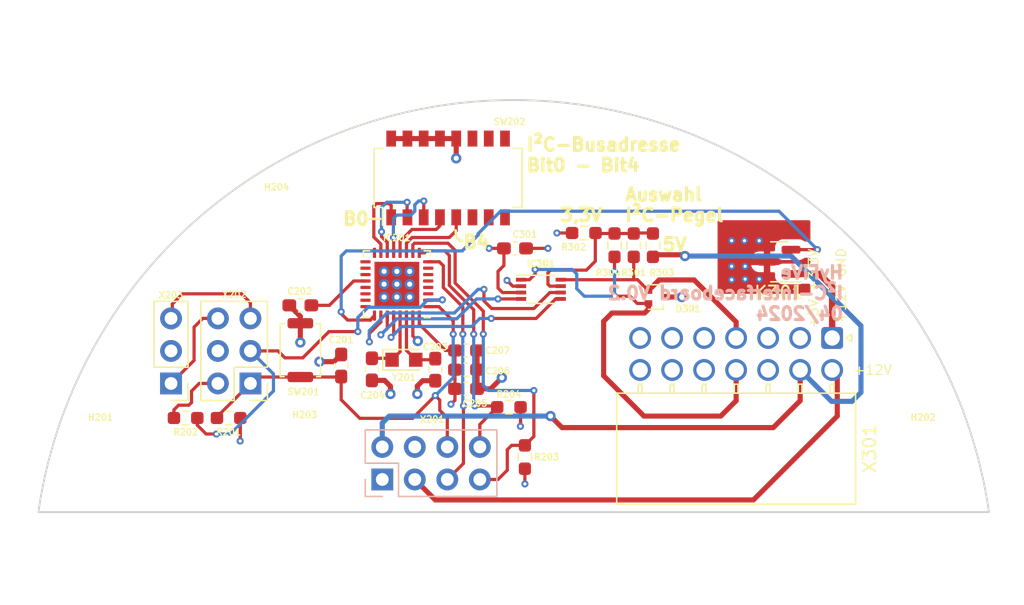
<source format=kicad_pcb>
(kicad_pcb (version 20211014) (generator pcbnew)
  (layers (0 "F.Cu" signal) (1 "In1.Cu" power "In1.GND") (2 "In2.Cu" power "In2.PWR") (31 "B.Cu" signal) (34 "B.Paste" user) (35 "F.Paste" user) (36 "B.SilkS" user "B.Silkscreen") (37 "F.SilkS" user "F.Silkscreen") (38 "B.Mask" user) (39 "F.Mask" user) (44 "Edge.Cuts" user))
  (net 0 "")
  (net 1 "/MCU/~{RST}{slash}SBWTDIO")
  (net 2 "GND")
  (net 3 "+3V3")
  (net 4 "/MCU/XIN")
  (net 5 "/MCU/XOUT")
  (net 6 "+5V")
  (net 7 "+12V")
  (net 8 "/MCU/GPIO_Reserve_B2B")
  (net 9 "/MCU/UCB0_SCL")
  (net 10 "/MCU/UCB0_SDA")
  (net 11 "/MCU/TEST_SBWTCK")
  (net 12 "/MCU/UCA0_TXD{slash}TCK")
  (net 13 "/MCU/UCA0_RXD{slash}TMS")
  (net 14 "/MCU/TDI")
  (net 15 "/MCU/UCA1_SPI_STE")
  (net 16 "/MCU/UCA1_SPI_CLK")
  (net 17 "/MCU/UCA1_SPI_MISO")
  (net 18 "/MCU/UCA1_SPI_MOSI")
  (net 19 "/MCU/UCB1_SDA")
  (net 20 "/MCU/UCB1_SCL")
  (net 21 "/MCU/ADDR_B3")
  (net 22 "/MCU/ADDR_B2")
  (net 23 "/MCU/ADDR_B1")
  (net 24 "/MCU/ADDR_B0")
  (net 25 "Net-(C202-Pad1)")
  (net 26 "/MCU/Interface_~{RE}")
  (net 27 "/MCU/Interface_DE")
  (net 32 "Net-(R202-Pad1)")
  (net 39 "Net-(X301-Pad1)")
  (net 41 "/MCU/Interface_Enable")
  (net 43 "Net-(D301-Pad1)")
  (net 46 "Net-(D301-Pad2)")
  (net 51 "Net-(IC301-Pad7)")
  (net 52 "/MCU/ADDR_B4")
  (net 53 "/MCU/VCC_TOOL")
  (net 54 "/MCU/VCC_TARGET")
  (net 55 "/MCU/Sensor_Lowside_Switch")
  (footprint "Capacitor_SMD:C_0603_1608Metric_Pad1.08x0.95mm_HandSolder" (layer "F.Cu") (at 131 53.575 -90)
    (fp_text reference "C203")
    (fp_text value "20pF")
  )
  (footprint "Capacitor_SMD:C_0603_1608Metric_Pad1.08x0.95mm_HandSolder" (layer "F.Cu") (at 137.225 44.1)
    (fp_text reference "C301")
    (fp_text value "100nF")
  )
  (footprint "MountingHole:MountingHole_2.7mm_M2.5" (layer "F.Cu") (at 118.6 43.01)
    (fp_text reference "H204")
    (fp_text value "MountingHole")
  )
  (footprint "Package_TO_SOT_SMD:SOT-416" (layer "F.Cu") (at 148.3 47.9)
    (fp_text reference "D301")
    (fp_text value "RCLAMP0582B")
  )
  (footprint "Resistor_SMD:R_0603_1608Metric_Pad0.98x0.95mm_HandSolder" (layer "F.Cu") (at 146.5 43.85 -90)
    (fp_text reference "R301")
    (fp_text value "10k n.b.")
  )
  (footprint "Capacitor_SMD:C_0603_1608Metric_Pad1.08x0.95mm_HandSolder" (layer "F.Cu") (at 133.4 52.075)
    (fp_text reference "C207")
    (fp_text value "4,7µF")
  )
  (footprint "Resistor_SMD:R_0603_1608Metric_Pad0.98x0.95mm_HandSolder" (layer "F.Cu") (at 142.6 42.9)
    (fp_text reference "R302")
    (fp_text value "0R")
  )
  (footprint "Resistor_SMD:R_0603_1608Metric_Pad0.98x0.95mm_HandSolder" (layer "F.Cu") (at 136.75 56.5)
    (fp_text reference "R204")
    (fp_text value "10k NB")
  )
  (footprint "Capacitor_SMD:C_0603_1608Metric_Pad1.08x0.95mm_HandSolder" (layer "F.Cu") (at 120.46 48.55 180)
    (fp_text reference "C202")
    (fp_text value "1µF, <200m ESR")
  )
  (footprint "Package_SO:VSSOP-8_2.3x2mm_P0.5mm" (layer "F.Cu") (at 139.25 47.3)
    (fp_text reference "IC301")
    (fp_text value "TXS0102DCU")
  )
  (footprint "MountingHole:MountingHole_2.7mm_M2.5" (layer "F.Cu") (at 120.86 60.8)
    (fp_text reference "H203")
    (fp_text value "MountingHole")
  )
  (footprint "MountingHole:MountingHole_2.7mm_M2.5" (layer "F.Cu") (at 104.85 61)
    (fp_text reference "H201")
    (fp_text value "MountingHole")
  )
  (footprint "Resistor_SMD:R_0603_1608Metric_Pad0.98x0.95mm_HandSolder" (layer "F.Cu") (at 148 43.85 90)
    (fp_text reference "R303")
    (fp_text value "0R n.b.")
  )
  (footprint "MountingHole:MountingHole_2.7mm_M2.5" (layer "F.Cu") (at 169.1 61)
    (fp_text reference "H202")
    (fp_text value "MountingHole")
  )
  (footprint "Resistor_SMD:R_0603_1608Metric_Pad0.98x0.95mm_HandSolder" (layer "F.Cu") (at 138 60.4 -90)
    (fp_text reference "R203")
    (fp_text value "10k NB")
  )
  (footprint "Connector_Molex:Molex_Nano-Fit_105314-xx14_2x07_P2.50mm_Horizontal" (layer "F.Cu") (at 162 51.1 -90)
    (fp_text reference "X301")
    (fp_text value "Molex Nano-Fit 103514-1*114")
  )
  (footprint "Capacitor_SMD:C_0603_1608Metric_Pad1.08x0.95mm_HandSolder" (layer "F.Cu") (at 133.4 55.075)
    (fp_text reference "C205")
    (fp_text value "100nF")
  )
  (footprint "Button_Switch_SMD:SW_DIP_SPSTx08_Slide_Omron_A6H-8101_W6.15mm_P1.27mm" (layer "F.Cu") (at 132 38.6 90)
    (fp_text reference "SW202")
    (fp_text value "A6H-8101")
  )
  (footprint "Crystal:Crystal_SMD_TXC_9HT11-2Pin_2.0x1.2mm_HandSoldering" (layer "F.Cu") (at 128.55 52.8)
    (fp_text reference "Y201")
    (fp_text value "9HT11-32.768KDZF-T ")
  )
  (footprint "Resistor_SMD:R_0603_1608Metric_Pad0.98x0.95mm_HandSolder" (layer "F.Cu") (at 114.86 57.35 180)
    (fp_text reference locked "R201")
    (fp_text value "47k")
  )
  (footprint "Connector_PinHeader_2.54mm:PinHeader_1x03_P2.54mm_Vertical" (layer "F.Cu") (at 110.36 54.65 180)
    (fp_text reference "X203")
    (fp_text value "Conn_01x03")
  )
  (footprint "Package_DFN_QFN:VQFN-32-1EP_5x5mm_P0.5mm_EP3.5x3.5mm" (layer "F.Cu") (at 128 46.9 180)
    (fp_text reference "IC201")
    (fp_text value "MSP430FR2673")
  )
  (footprint "Package_TO_SOT_SMD:SOT-23" (layer "F.Cu") (at 157.85 45.15 180)
    (fp_text reference "K301")
    (fp_text value "SSM3K127TU")
  )
  (footprint "Connector_PinHeader_2.54mm:PinHeader_2x03_P2.54mm_Vertical" (layer "F.Cu") (at 116.56 54.65 180)
    (fp_text reference "X202")
    (fp_text value "Conn_02x03_Counter_Clockwise")
  )
  (footprint "Capacitor_SMD:C_0603_1608Metric_Pad1.08x0.95mm_HandSolder" (layer "F.Cu") (at 126.05 53.55 -90)
    (fp_text reference "C204")
    (fp_text value "20pF")
  )
  (footprint "Button_Switch_SMD:SW_Push_SPST_NO_Alps_SKRK" (layer "F.Cu") (at 120.46 52.05 -90)
    (fp_text reference "SW201")
    (fp_text value "SKRKAEE020")
  )
  (footprint "Resistor_SMD:R_0603_1608Metric_Pad0.98x0.95mm_HandSolder" (layer "F.Cu") (at 145 43.85 -90)
    (fp_text reference "R304")
    (fp_text value "10k n.b.")
  )
  (footprint "Capacitor_SMD:C_0603_1608Metric_Pad1.08x0.95mm_HandSolder" (layer "F.Cu") (at 133.4 53.575)
    (fp_text reference "C206")
    (fp_text value "1µF")
  )
  (footprint "Resistor_SMD:R_0603_1608Metric_Pad0.98x0.95mm_HandSolder" (layer "F.Cu") (at 111.5 57.35)
    (fp_text reference "R202")
    (fp_text value "330")
  )
  (footprint "Capacitor_SMD:C_0603_1608Metric_Pad1.08x0.95mm_HandSolder" (layer "F.Cu") (at 123.65 53.25 90)
    (fp_text reference "C201")
    (fp_text value "1nF")
  )
  (footprint "Connector_PinSocket_2.54mm:PinSocket_2x04_P2.54mm_Vertical" (layer "B.Cu") (at 126.86 62.15 -90)
    (fp_text reference "X201")
    (fp_text value "ESQ-104-14-G-D")
  )
  (gr_line (start 125.9 41.8) (end 126.7 41.8) (layer "F.SilkS") (width 0.2))
  (gr_line (start 133.1 43.5) (end 132.9 43.5) (layer "F.SilkS") (width 0.2))
  (gr_line (start 132.9 43.5) (end 132.6 43.2) (layer "F.SilkS") (width 0.2))
  (gr_line (start 132.6 43.2) (end 132.6 42.7) (layer "F.SilkS") (width 0.2))
  (gr_arc (start 100 64.7) (mid 137.123578 32.514184) (end 174.247155 64.7) (layer "Edge.Cuts") (width 0.15))
  (gr_line (start 100 64.7) (end 174.247155 64.7) (layer "Edge.Cuts") (width 0.15))
  (gr_text "HyFiVe\nI²C-Interfaceboard V0.2\n04/2024" (at 163 47.6) (layer "B.SilkS") (effects (font (size 1 1) (thickness 0.25)) (justify left mirror)))
  (gr_text "B0" (at 124.8 41.8) (layer "F.SilkS") (effects (font (size 1 1) (thickness 0.25))))
  (gr_text "+12V GND" (at 162.7 50 90) (layer "F.SilkS") (effects (font (size 0.75 0.75) (thickness 0.1)) (justify left)))
  (gr_text "3,3V" (at 142.4 41.5) (layer "F.SilkS") (effects (font (size 1 1) (thickness 0.25))))
  (gr_text "Auswahl\nI²C-Pegel" (at 145.7 40.7) (layer "F.SilkS") (effects (font (size 1 1) (thickness 0.25)) (justify left)))
  (gr_text "5V" (at 149.7 43.8) (layer "F.SilkS") (effects (font (size 1 1) (thickness 0.25))))
  (gr_text "+5V +3,3V\n" (at 160.55 50.4 90) (layer "F.SilkS") (effects (font (size 0.75 0.75) (thickness 0.1)) (justify left)))
  (gr_text "+12V\n" (at 163.6 53.6) (layer "F.SilkS") (effects (font (size 0.75 0.75) (thickness 0.1)) (justify left)))
  (gr_text "\n" (at 159.8 50.1 90) (layer "F.SilkS") (effects (font (size 0.75 0.75) (thickness 0.1)) (justify left)))
  (gr_text "I²C-Busadresse\nBit0 - Bit4" (at 138 36.8) (layer "F.SilkS") (effects (font (size 1 1) (thickness 0.25)) (justify left)))
  (gr_text "B4\n" (at 134.2 43.6) (layer "F.SilkS") (effects (font (size 1 1) (thickness 0.25))))
  (segment (start 120.46 54.15) (end 117.06 54.15) (width 0.25) (layer "F.Cu") (net 1))
  (segment (start 123.6125 54.15) (end 123.65 54.1125) (width 0.25) (layer "F.Cu") (net 1))
  (segment (start 131.275 48.65) (end 130.45 48.65) (width 0.25) (layer "F.Cu") (net 1))
  (segment (start 131.35 56.75) (end 131.94 57.34) (width 0.25) (layer "F.Cu") (net 1))
  (segment (start 129.225 57.375) (end 125.1 57.375) (width 0.25) (layer "F.Cu") (net 1))
  (segment (start 132.4 49.775) (end 131.275 48.65) (width 0.25) (layer "F.Cu") (net 1))
  (segment (start 123.65 55.925) (end 123.65 54.1125) (width 0.25) (layer "F.Cu") (net 1))
  (segment (start 132.4 50.8) (end 132.4 49.775) (width 0.25) (layer "F.Cu") (net 1))
  (segment (start 131 55.6) (end 131.35 55.95) (width 0.25) (layer "F.Cu") (net 1))
  (segment (start 131.94 57.34) (end 131.94 59.61) (width 0.25) (layer "F.Cu") (net 1))
  (segment (start 117.06 54.15) (end 116.56 54.65) (width 0.25) (layer "F.Cu") (net 1))
  (segment (start 113.9475 57.35) (end 113.9475 57.2625) (width 0.25) (layer "F.Cu") (net 1))
  (segment (start 131 55.6) (end 129.225 57.375) (width 0.25) (layer "F.Cu") (net 1))
  (segment (start 125.1 57.375) (end 123.65 55.925) (width 0.25) (layer "F.Cu") (net 1))
  (segment (start 120.46 54.15) (end 123.6125 54.15) (width 0.25) (layer "F.Cu") (net 1))
  (segment (start 131.35 55.95) (end 131.35 56.75) (width 0.25) (layer "F.Cu") (net 1))
  (segment (start 113.9475 57.2625) (end 116.56 54.65) (width 0.25) (layer "F.Cu") (net 1))
  (via (at 131 55.6) (size 0.55) (drill 0.25) (layers "F.Cu" "B.Cu") (net 1))
  (via (at 132.4 50.8) (size 0.55) (drill 0.25) (layers "F.Cu" "B.Cu") (net 1))
  (segment (start 131 55.6) (end 132.4 54.2) (width 0.25) (layer "B.Cu") (net 1))
  (segment (start 132.4 54.2) (end 132.4 50.8) (width 0.25) (layer "B.Cu") (net 1))
  (segment (start 120.46 49.95) (end 120.46 49.4125) (width 0.4) (layer "F.Cu") (net 2))
  (segment (start 134.2625 52.075) (end 134.2625 53.575) (width 0.4) (layer "F.Cu") (net 2))
  (segment (start 136.2 54.2) (end 135.325 55.075) (width 0.4) (layer "F.Cu") (net 2))
  (segment (start 127.5 54.875) (end 127.5 55.475) (width 0.4) (layer "F.Cu") (net 2))
  (segment (start 128.825 35.525) (end 130.095 35.525) (width 0.4) (layer "F.Cu") (net 2))
  (segment (start 120.46 49.95) (end 120.46 51.45) (width 0.4) (layer "F.Cu") (net 2))
  (segment (start 121.95 52.95) (end 123.0875 52.95) (width 0.4) (layer "F.Cu") (net 2))
  (segment (start 138.0875 44.1) (end 139.8 44.1) (width 0.25) (layer "F.Cu") (net 2))
  (segment (start 137.05 47.05) (end 136.6 46.6) (width 0.25) (layer "F.Cu") (net 2))
  (segment (start 132.635 35.525) (end 132.635 37.065) (width 0.4) (layer "F.Cu") (net 2))
  (segment (start 135.325 55.075) (end 134.2625 55.075) (width 0.4) (layer "F.Cu") (net 2))
  (segment (start 123.0875 52.95) (end 123.65 52.3875) (width 0.4) (layer "F.Cu") (net 2))
  (segment (start 137.7 47.05) (end 137.05 47.05) (width 0.25) (layer "F.Cu") (net 2))
  (segment (start 131 54.4375) (end 130.0125 54.4375) (width 0.4) (layer "F.Cu") (net 2))
  (segment (start 132.635 35.525) (end 131.365 35.525) (width 0.4) (layer "F.Cu") (net 2))
  (segment (start 148.95 47.9) (end 150.25 47.9) (width 0.4) (layer "F.Cu") (net 2))
  (segment (start 134.2625 53.575) (end 134.2625 55.075) (width 0.4) (layer "F.Cu") (net 2))
  (segment (start 127.0375 54.4125) (end 127.5 54.875) (width 0.4) (layer "F.Cu") (net 2))
  (segment (start 130.0125 54.4375) (end 129.6 54.85) (width 0.4) (layer "F.Cu") (net 2))
  (segment (start 129.6 54.85) (end 129.6 55.475) (width 0.4) (layer "F.Cu") (net 2))
  (segment (start 126.05 54.4125) (end 127.0375 54.4125) (width 0.4) (layer "F.Cu") (net 2))
  (segment (start 120.46 49.4125) (end 119.5975 48.55) (width 0.4) (layer "F.Cu") (net 2))
  (segment (start 129.25 50.949598) (end 129.637701 51.337299) (width 0.25) (layer "F.Cu") (net 2))
  (segment (start 130.095 35.525) (end 131.365 35.525) (width 0.4) (layer "F.Cu") (net 2))
  (segment (start 129.25 49.35) (end 129.25 50.949598) (width 0.25) (layer "F.Cu") (net 2))
  (segment (start 127.555 35.525) (end 128.825 35.525) (width 0.4) (layer "F.Cu") (net 2))
  (via (at 156.3 43.5) (size 0.55) (drill 0.25) (layers "F.Cu" "B.Cu") (net 2))
  (via (at 129.637701 51.337299) (size 0.8) (drill 0.4) (layers "F.Cu" "B.Cu") (net 2))
  (via (at 132.635 37.065) (size 0.8) (drill 0.4) (layers "F.Cu" "B.Cu") (net 2))
  (via (at 129 45.9) (size 0.8) (drill 0.4) (layers "F.Cu" "B.Cu") (net 2))
  (via (at 136.2 54.2) (size 0.8) (drill 0.4) (layers "F.Cu" "B.Cu") (net 2))
  (via (at 155.2 45.5) (size 0.55) (drill 0.25) (layers "F.Cu" "B.Cu") (net 2))
  (via (at 127 46.9) (size 0.8) (drill 0.4) (layers "F.Cu" "B.Cu") (net 2))
  (via (at 150.25 47.9) (size 0.8) (drill 0.4) (layers "F.Cu" "B.Cu") (net 2))
  (via (at 156.3 46.5) (size 0.55) (drill 0.25) (layers "F.Cu" "B.Cu") (net 2))
  (via (at 121.95 52.95) (size 0.8) (drill 0.4) (layers "F.Cu" "B.Cu") (net 2))
  (via (at 155.2 46.5) (size 0.55) (drill 0.25) (layers "F.Cu" "B.Cu") (net 2))
  (via (at 128 45.9) (size 0.8) (drill 0.4) (layers "F.Cu" "B.Cu") (net 2))
  (via (at 129 47.9) (size 0.8) (drill 0.4) (layers "F.Cu" "B.Cu") (net 2))
  (via (at 120.46 51.45) (size 0.8) (drill 0.4) (layers "F.Cu" "B.Cu") (net 2))
  (via (at 127 45.9) (size 0.8) (drill 0.4) (layers "F.Cu" "B.Cu") (net 2))
  (via (at 154.15 46.55) (size 0.55) (drill 0.25) (layers "F.Cu" "B.Cu") (net 2))
  (via (at 154.15 45.5) (size 0.55) (drill 0.25) (layers "F.Cu" "B.Cu") (net 2))
  (via (at 155.15 43.5) (size 0.55) (drill 0.25) (layers "F.Cu" "B.Cu") (net 2))
  (via (at 128 47.9) (size 0.8) (drill 0.4) (layers "F.Cu" "B.Cu") (net 2))
  (via (at 128 46.9) (size 0.8) (drill 0.4) (layers "F.Cu" "B.Cu") (net 2))
  (via (at 139.8 44.1) (size 0.55) (drill 0.25) (layers "F.Cu" "B.Cu") (net 2))
  (via (at 154.15 43.5) (size 0.55) (drill 0.25) (layers "F.Cu" "B.Cu") (net 2))
  (via (at 129 46.9) (size 0.8) (drill 0.4) (layers "F.Cu" "B.Cu") (net 2))
  (via (at 127 47.9) (size 0.8) (drill 0.4) (layers "F.Cu" "B.Cu") (net 2))
  (via (at 129.6 55.475) (size 0.8) (drill 0.4) (layers "F.Cu" "B.Cu") (net 2))
  (via (at 127.5 55.475) (size 0.8) (drill 0.4) (layers "F.Cu" "B.Cu") (net 2))
  (via (at 136.6 46.6) (size 0.55) (drill 0.25) (layers "F.Cu" "B.Cu") (net 2))
  (segment (start 135.9 47.2) (end 136.25 47.55) (width 0.25) (layer "F.Cu") (net 3))
  (segment (start 115.76 59.15) (end 115.7725 59.1375) (width 0.25) (layer "F.Cu") (net 3))
  (segment (start 135.9 45.9) (end 135.9 47.2) (width 0.25) (layer "F.Cu") (net 3))
  (segment (start 136.3625 44.1) (end 136.3625 45.4375) (width 0.25) (layer "F.Cu") (net 3))
  (segment (start 141.6875 42.9) (end 140.5 42.9) (width 0.25) (layer "F.Cu") (net 3))
  (segment (start 115.7725 59.1375) (end 115.7725 57.35) (width 0.25) (layer "F.Cu") (net 3))
  (segment (start 136.3625 44.1) (end 135.2 44.1) (width 0.25) (layer "F.Cu") (net 3))
  (segment (start 137.6625 57.9875) (end 137.6625 56.5) (width 0.25) (layer "F.Cu") (net 3))
  (segment (start 132.5375 55.9625) (end 132.5375 53.575) (width 0.25) (layer "F.Cu") (net 3))
  (segment (start 129.75 49.35) (end 129.75 50.025) (width 0.25) (layer "F.Cu") (net 3))
  (segment (start 132.5375 52.075) (end 132.5375 53.575) (width 0.25) (layer "F.Cu") (net 3))
  (segment (start 136.25 47.55) (end 137.7 47.55) (width 0.25) (layer "F.Cu") (net 3))
  (segment (start 136.3625 45.4375) (end 135.9 45.9) (width 0.25) (layer "F.Cu") (net 3))
  (segment (start 129.75 50.025) (end 131.8 52.075) (width 0.25) (layer "F.Cu") (net 3))
  (segment (start 132.225 56.275) (end 132.5375 55.9625) (width 0.25) (layer "F.Cu") (net 3))
  (segment (start 137.65 58) (end 137.6625 57.9875) (width 0.25) (layer "F.Cu") (net 3))
  (segment (start 138 62.5) (end 138 61.3125) (width 0.25) (layer "F.Cu") (net 3))
  (segment (start 131.8 52.075) (end 132.5375 52.075) (width 0.25) (layer "F.Cu") (net 3))
  (via (at 135.2 44.1) (size 0.55) (drill 0.25) (layers "F.Cu" "B.Cu") (net 3))
  (via (at 137.65 58) (size 0.55) (drill 0.25) (layers "F.Cu" "B.Cu") (net 3))
  (via (at 115.76 59.15) (size 0.55) (drill 0.25) (layers "F.Cu" "B.Cu") (net 3))
  (via (at 132.225 56.275) (size 0.55) (drill 0.25) (layers "F.Cu" "B.Cu") (net 3))
  (via (at 138 62.5) (size 0.55) (drill 0.25) (layers "F.Cu" "B.Cu") (net 3))
  (via (at 140.5 42.9) (size 0.55) (drill 0.25) (layers "F.Cu" "B.Cu") (net 3))
  (segment (start 128.75 52.075) (end 128.75 49.35) (width 0.25) (layer "F.Cu") (net 4))
  (segment (start 129.475 52.8) (end 130.9375 52.8) (width 0.25) (layer "F.Cu") (net 4))
  (segment (start 129.475 52.8) (end 128.75 52.075) (width 0.25) (layer "F.Cu") (net 4))
  (segment (start 130.9375 52.8) (end 131.05 52.6875) (width 0.25) (layer "F.Cu") (net 4))
  (segment (start 127.5125 52.6875) (end 127.625 52.8) (width 0.25) (layer "F.Cu") (net 5))
  (segment (start 126.05 52.6875) (end 127.5125 52.6875) (width 0.25) (layer "F.Cu") (net 5))
  (segment (start 128.25 49.35) (end 128.25 52.175) (width 0.25) (layer "F.Cu") (net 5))
  (segment (start 128.25 52.175) (end 127.625 52.8) (width 0.25) (layer "F.Cu") (net 5))
  (segment (start 157.4 58.1) (end 159.5 56) (width 0.4) (layer "F.Cu") (net 6))
  (segment (start 159.5 56) (end 159.5 53.6) (width 0.4) (layer "F.Cu") (net 6))
  (segment (start 150.4 44.6) (end 148.1625 44.6) (width 0.4) (layer "F.Cu") (net 6))
  (segment (start 148.1625 44.6) (end 148 44.7625) (width 0.4) (layer "F.Cu") (net 6))
  (segment (start 140 57.2) (end 140.9 58.1) (width 0.4) (layer "F.Cu") (net 6))
  (segment (start 140.9 58.1) (end 157.4 58.1) (width 0.4) (layer "F.Cu") (net 6))
  (segment (start 150.5 44.7) (end 150.4 44.6) (width 0.4) (layer "F.Cu") (net 6))
  (via (at 140 57.2) (size 0.8) (drill 0.4) (layers "F.Cu" "B.Cu") (net 6))
  (via (at 150.5 44.7) (size 0.8) (drill 0.4) (layers "F.Cu" "B.Cu") (net 6))
  (segment (start 161.95 56.05) (end 159.5 53.6) (width 0.4) (layer "B.Cu") (net 6))
  (segment (start 150.5 44.7) (end 158.8 44.7) (width 0.4) (layer "B.Cu") (net 6))
  (segment (start 140 57.2) (end 127.4 57.2) (width 0.4) (layer "B.Cu") (net 6))
  (segment (start 164.25 50.15) (end 164.25 55.35) (width 0.4) (layer "B.Cu") (net 6))
  (segment (start 163.55 56.05) (end 161.95 56.05) (width 0.4) (layer "B.Cu") (net 6))
  (segment (start 127.4 57.2) (end 126.86 57.74) (width 0.4) (layer "B.Cu") (net 6))
  (segment (start 158.8 44.7) (end 164.25 50.15) (width 0.4) (layer "B.Cu") (net 6))
  (segment (start 159.5 54) (end 159.9 53.6) (width 0.4) (layer "B.Cu") (net 6))
  (segment (start 126.86 57.74) (end 126.86 59.61) (width 0.4) (layer "B.Cu") (net 6))
  (segment (start 164.25 55.35) (end 163.55 56.05) (width 0.4) (layer "B.Cu") (net 6))
  (segment (start 155.85 63.75) (end 162.4 57.2) (width 0.4) (layer "F.Cu") (net 7))
  (segment (start 129.4 62.15) (end 131 63.75) (width 0.4) (layer "F.Cu") (net 7))
  (segment (start 162.4 57.2) (end 162.4 53.6) (width 0.4) (layer "F.Cu") (net 7))
  (segment (start 131 63.75) (end 155.85 63.75) (width 0.4) (layer "F.Cu") (net 7))
  (segment (start 133.15 50.8) (end 133.15 48.677162) (width 0.25) (layer "F.Cu") (net 8))
  (segment (start 131.63 45.46) (end 131.32 45.15) (width 0.25) (layer "F.Cu") (net 8))
  (segment (start 131.32 45.15) (end 130.45 45.15) (width 0.25) (layer "F.Cu") (net 8))
  (segment (start 133.15 48.677162) (end 131.63 47.157162) (width 0.25) (layer "F.Cu") (net 8))
  (segment (start 131.63 47.157162) (end 131.63 45.46) (width 0.25) (layer "F.Cu") (net 8))
  (segment (start 131.95 62.15) (end 131.94 62.15) (width 0.25) (layer "F.Cu") (net 8))
  (segment (start 133.2 60.9) (end 131.95 62.15) (width 0.25) (layer "F.Cu") (net 8))
  (segment (start 133.2 56.4) (end 133.2 60.9) (width 0.25) (layer "F.Cu") (net 8))
  (via (at 133.15 50.8) (size 0.55) (drill 0.25) (layers "F.Cu" "B.Cu") (net 8))
  (via (at 133.2 56.4) (size 0.55) (drill 0.25) (layers "F.Cu" "B.Cu") (net 8))
  (segment (start 133.15 56.35) (end 133.15 50.8) (width 0.25) (layer "B.Cu") (net 8))
  (segment (start 133.2 56.4) (end 133.15 56.35) (width 0.25) (layer "B.Cu") (net 8))
  (segment (start 134.75 49.005727) (end 132.549031 46.804758) (width 0.25) (layer "F.Cu") (net 9))
  (segment (start 138.7 55.2) (end 138.7 58.7875) (width 0.25) (layer "F.Cu") (net 9))
  (segment (start 129.375 43.7) (end 129.25 43.825) (width 0.25) (layer "F.Cu") (net 9))
  (segment (start 131.99666 43.7) (end 129.375 43.7) (width 0.25) (layer "F.Cu") (net 9))
  (segment (start 134.48 62.15) (end 135.9 62.15) (width 0.25) (layer "F.Cu") (net 9))
  (segment (start 132.549031 46.804758) (end 132.549031 44.252371) (width 0.25) (layer "F.Cu") (net 9))
  (segment (start 129.25 43.825) (end 129.25 44.45) (width 0.25) (layer "F.Cu") (net 9))
  (segment (start 132.29833 44.00167) (end 131.99666 43.7) (width 0.25) (layer "F.Cu") (net 9))
  (segment (start 136.9625 59.4875) (end 138 59.4875) (width 0.25) (layer "F.Cu") (net 9))
  (segment (start 136.625 61.425) (end 136.625 59.825) (width 0.25) (layer "F.Cu") (net 9))
  (segment (start 136.625 59.825) (end 136.9625 59.4875) (width 0.25) (layer "F.Cu") (net 9))
  (segment (start 132.549031 44.252371) (end 132.29833 44.00167) (width 0.25) (layer "F.Cu") (net 9))
  (segment (start 138.7 58.7875) (end 138 59.4875) (width 0.25) (layer "F.Cu") (net 9))
  (segment (start 135.9 62.15) (end 136.625 61.425) (width 0.25) (layer "F.Cu") (net 9))
  (segment (start 134.75 50.8) (end 134.75 49.005727) (width 0.25) (layer "F.Cu") (net 9))
  (via (at 134.75 50.8) (size 0.55) (drill 0.25) (layers "F.Cu" "B.Cu") (net 9))
  (via (at 138.7 55.2) (size 0.55) (drill 0.25) (layers "F.Cu" "B.Cu") (net 9))
  (segment (start 135.15 55.2) (end 134.75 54.8) (width 0.25) (layer "B.Cu") (net 9))
  (segment (start 138.7 55.2) (end 135.15 55.2) (width 0.25) (layer "B.Cu") (net 9))
  (segment (start 134.75 54.8) (end 134.75 50.8) (width 0.25) (layer "B.Cu") (net 9))
  (segment (start 130.15 44.45) (end 129.75 44.45) (width 0.25) (layer "F.Cu") (net 10))
  (segment (start 134.48 57.8575) (end 134.48 59.61) (width 0.25) (layer "F.Cu") (net 10))
  (segment (start 130.792388 44.2995) (end 130.3005 44.2995) (width 0.25) (layer "F.Cu") (net 10))
  (segment (start 135.8375 56.5) (end 134.48 57.8575) (width 0.25) (layer "F.Cu") (net 10))
  (segment (start 132.099511 44.650673) (end 131.748327 44.299489) (width 0.25) (layer "F.Cu") (net 10))
  (segment (start 131.748327 44.299489) (end 130.792491 44.299489) (width 0.25) (layer "F.Cu") (net 10))
  (segment (start 134.088589 56.411411) (end 135.748911 56.411411) (width 0.25) (layer "F.Cu") (net 10))
  (segment (start 130.792434 44.299546) (end 130.792388 44.2995) (width 0.25) (layer "F.Cu") (net 10))
  (segment (start 130.3005 44.2995) (end 130.15 44.45) (width 0.25) (layer "F.Cu") (net 10))
  (segment (start 134 50.8) (end 134 48.891444) (width 0.25) (layer "F.Cu") (net 10))
  (segment (start 135.748911 56.411411) (end 135.8375 56.5) (width 0.25) (layer "F.Cu") (net 10))
  (segment (start 132.099511 46.990955) (end 132.099511 44.650673) (width 0.25) (layer "F.Cu") (net 10))
  (segment (start 134 48.891444) (end 132.099511 46.990955) (width 0.25) (layer "F.Cu") (net 10))
  (via (at 134.088589 56.411411) (size 0.55) (drill 0.25) (layers "F.Cu" "B.Cu") (net 10))
  (via (at 134 50.8) (size 0.55) (drill 0.25) (layers "F.Cu" "B.Cu") (net 10))
  (segment (start 134 56.322822) (end 134 50.8) (width 0.25) (layer "B.Cu") (net 10))
  (segment (start 134.088589 56.411411) (end 134 56.322822) (width 0.25) (layer "B.Cu") (net 10))
  (segment (start 122.7 50.6) (end 120.65 52.65) (width 0.25) (layer "F.Cu") (net 11))
  (segment (start 112.4125 57.9125) (end 112.4125 57.35) (width 0.25) (layer "F.Cu") (net 11))
  (segment (start 113.9 58.6) (end 113.1 58.6) (width 0.25) (layer "F.Cu") (net 11))
  (segment (start 124.95 50.6) (end 122.7 50.6) (width 0.25) (layer "F.Cu") (net 11))
  (segment (start 131.522115 48.15) (end 130.45 48.15) (width 0.25) (layer "F.Cu") (net 11))
  (segment (start 118.71 52.11) (end 116.56 52.11) (width 0.25) (layer "F.Cu") (net 11))
  (segment (start 119.25 52.65) (end 118.71 52.11) (width 0.25) (layer "F.Cu") (net 11))
  (segment (start 131.553172 48.118943) (end 131.522115 48.15) (width 0.25) (layer "F.Cu") (net 11))
  (segment (start 120.65 52.65) (end 119.25 52.65) (width 0.25) (layer "F.Cu") (net 11))
  (segment (start 113.1 58.6) (end 112.4125 57.9125) (width 0.25) (layer "F.Cu") (net 11))
  (via (at 124.95 50.6) (size 0.55) (drill 0.25) (layers "F.Cu" "B.Cu") (net 11))
  (via (at 131.553172 48.118943) (size 0.55) (drill 0.25) (layers "F.Cu" "B.Cu") (net 11))
  (via (at 113.9 58.6) (size 0.55) (drill 0.25) (layers "F.Cu" "B.Cu") (net 11))
  (segment (start 118.36 55.239022) (end 118.36 53.91) (width 0.25) (layer "B.Cu") (net 11))
  (segment (start 118.36 53.91) (end 116.56 52.11) (width 0.25) (layer "B.Cu") (net 11))
  (segment (start 113.9 58.6) (end 114.999022 58.6) (width 0.25) (layer "B.Cu") (net 11))
  (segment (start 114.999022 58.6) (end 118.36 55.239022) (width 0.25) (layer "B.Cu") (net 11))
  (segment (start 130.406057 48.118943) (end 129.825 48.7) (width 0.25) (layer "B.Cu") (net 11))
  (segment (start 131.553172 48.118943) (end 130.406057 48.118943) (width 0.25) (layer "B.Cu") (net 11))
  (segment (start 124.95 49.5) (end 124.95 50.6) (width 0.25) (layer "B.Cu") (net 11))
  (segment (start 129.825 48.7) (end 125.75 48.7) (width 0.25) (layer "B.Cu") (net 11))
  (segment (start 125.75 48.7) (end 124.95 49.5) (width 0.25) (layer "B.Cu") (net 11))
  (segment (start 127.25 49.35) (end 127.25 50.35) (width 0.25) (layer "F.Cu") (net 19))
  (segment (start 137.7 48.05) (end 135.9 48.05) (width 0.25) (layer "F.Cu") (net 19))
  (segment (start 127.25 50.35) (end 126.75 50.85) (width 0.25) (layer "F.Cu") (net 19))
  (via (at 135.9 48.05) (size 0.55) (drill 0.25) (layers "F.Cu" "B.Cu") (net 19))
  (via (at 126.75 50.85) (size 0.55) (drill 0.25) (layers "F.Cu" "B.Cu") (net 19))
  (segment (start 134.225 48.05) (end 132.675 49.6) (width 0.25) (layer "B.Cu") (net 19))
  (segment (start 135.9 48.05) (end 134.225 48.05) (width 0.25) (layer "B.Cu") (net 19))
  (segment (start 128 49.6) (end 126.75 50.85) (width 0.25) (layer "B.Cu") (net 19))
  (segment (start 132.675 49.6) (end 128 49.6) (width 0.25) (layer "B.Cu") (net 19))
  (segment (start 140.4 48.05) (end 138.875 49.575) (width 0.25) (layer "F.Cu") (net 20))
  (segment (start 138.875 49.575) (end 135.375 49.575) (width 0.25) (layer "F.Cu") (net 20))
  (segment (start 140.8 48.05) (end 140.4 48.05) (width 0.25) (layer "F.Cu") (net 20))
  (segment (start 127.75 50.85) (end 127.55 51.05) (width 0.25) (layer "F.Cu") (net 20))
  (segment (start 127.75 49.35) (end 127.75 50.85) (width 0.25) (layer "F.Cu") (net 20))
  (via (at 135.375 49.575) (size 0.55) (drill 0.25) (layers "F.Cu" "B.Cu") (net 20))
  (via (at 127.55 51.05) (size 0.55) (drill 0.25) (layers "F.Cu" "B.Cu") (net 20))
  (segment (start 134.475 49.575) (end 133.85 50.2) (width 0.25) (layer "B.Cu") (net 20))
  (segment (start 133.85 50.2) (end 128.4 50.2) (width 0.25) (layer "B.Cu") (net 20))
  (segment (start 135.375 49.575) (end 134.475 49.575) (width 0.25) (layer "B.Cu") (net 20))
  (segment (start 128.4 50.2) (end 127.55 51.05) (width 0.25) (layer "B.Cu") (net 20))
  (segment (start 128.25 44.45) (end 128.25 43.553564) (width 0.25) (layer "F.Cu") (net 21))
  (segment (start 131.365 42.335) (end 131.365 41.675) (width 0.25) (layer "F.Cu") (net 21))
  (segment (start 128.25 43.553564) (end 129.179053 42.624511) (width 0.25) (layer "F.Cu") (net 21))
  (segment (start 131.075489 42.624511) (end 131.365 42.335) (width 0.25) (layer "F.Cu") (net 21))
  (segment (start 129.179053 42.624511) (end 131.075489 42.624511) (width 0.25) (layer "F.Cu") (net 21))
  (segment (start 130.1 41.67) (end 130.095 41.675) (width 0.25) (layer "F.Cu") (net 22))
  (segment (start 127.75 43.281557) (end 127.727708 43.259265) (width 0.25) (layer "F.Cu") (net 22))
  (segment (start 130.1 40.4) (end 130.1 41.67) (width 0.25) (layer "F.Cu") (net 22))
  (segment (start 127.75 44.45) (end 127.75 43.281557) (width 0.25) (layer "F.Cu") (net 22))
  (via (at 127.727708 43.259265) (size 0.55) (drill 0.25) (layers "F.Cu" "B.Cu") (net 22))
  (via (at 130.1 40.4) (size 0.55) (drill 0.25) (layers "F.Cu" "B.Cu") (net 22))
  (segment (start 127.727708 43.259265) (end 127.727708 41.772292) (width 0.25) (layer "B.Cu") (net 22))
  (segment (start 128 41.5) (end 129.1 41.5) (width 0.25) (layer "B.Cu") (net 22))
  (segment (start 129.399511 41.200489) (end 129.399511 40.700489) (width 0.25) (layer "B.Cu") (net 22))
  (segment (start 129.1 41.5) (end 129.399511 41.200489) (width 0.25) (layer "B.Cu") (net 22))
  (segment (start 129.7 40.4) (end 130.1 40.4) (width 0.25) (layer "B.Cu") (net 22))
  (segment (start 127.727708 41.772292) (end 128 41.5) (width 0.25) (layer "B.Cu") (net 22))
  (segment (start 129.399511 40.700489) (end 129.7 40.4) (width 0.25) (layer "B.Cu") (net 22))
  (segment (start 126.8 43.179395) (end 127.25 43.629395) (width 0.25) (layer "F.Cu") (net 23))
  (segment (start 128.8 40.5) (end 128.8 41.65) (width 0.25) (layer "F.Cu") (net 23))
  (segment (start 126.8 42.8) (end 126.8 43.179395) (width 0.25) (layer "F.Cu") (net 23))
  (segment (start 128.8 41.65) (end 128.825 41.675) (width 0.25) (layer "F.Cu") (net 23))
  (segment (start 127.25 43.629395) (end 127.25 44.45) (width 0.25) (layer "F.Cu") (net 23))
  (via (at 126.8 42.8) (size 0.55) (drill 0.25) (layers "F.Cu" "B.Cu") (net 23))
  (via (at 128.8 40.5) (size 0.55) (drill 0.25) (layers "F.Cu" "B.Cu") (net 23))
  (segment (start 127.2 40.5) (end 128.8 40.5) (width 0.25) (layer "B.Cu") (net 23))
  (segment (start 126.8 40.9) (end 127.2 40.5) (width 0.25) (layer "B.Cu") (net 23))
  (segment (start 126.8 42.8) (end 126.8 40.9) (width 0.25) (layer "B.Cu") (net 23))
  (segment (start 127.555 41.675) (end 127.555 40.755) (width 0.25) (layer "F.Cu") (net 24))
  (segment (start 126.2 40.8) (end 126.2 43.215113) (width 0.25) (layer "F.Cu") (net 24))
  (segment (start 126.75 43.765113) (end 126.75 44.45) (width 0.25) (layer "F.Cu") (net 24))
  (segment (start 127.4 40.6) (end 126.4 40.6) (width 0.25) (layer "F.Cu") (net 24))
  (segment (start 127.555 40.755) (end 127.4 40.6) (width 0.25) (layer "F.Cu") (net 24))
  (segment (start 126.4 40.6) (end 126.2 40.8) (width 0.25) (layer "F.Cu") (net 24))
  (segment (start 126.2 43.215113) (end 126.75 43.765113) (width 0.25) (layer "F.Cu") (net 24))
  (segment (start 121.3225 48.55) (end 122.725 48.55) (width 0.25) (layer "F.Cu") (net 25))
  (segment (start 124.625 46.65) (end 122.725 48.55) (width 0.25) (layer "F.Cu") (net 25))
  (segment (start 125.55 46.65) (end 124.625 46.65) (width 0.25) (layer "F.Cu") (net 25))
  (segment (start 114.02 54.65) (end 112.56 54.65) (width 0.25) (layer "F.Cu") (net 32))
  (segment (start 110.5875 56.7125) (end 110.5875 57.35) (width 0.25) (layer "F.Cu") (net 32))
  (segment (start 111.75 56.35) (end 110.95 56.35) (width 0.25) (layer "F.Cu") (net 32))
  (segment (start 111.96 55.25) (end 111.96 56.14) (width 0.25) (layer "F.Cu") (net 32))
  (segment (start 112.56 54.65) (end 111.96 55.25) (width 0.25) (layer "F.Cu") (net 32))
  (segment (start 111.96 56.14) (end 111.75 56.35) (width 0.25) (layer "F.Cu") (net 32))
  (segment (start 110.95 56.35) (end 110.5875 56.7125) (width 0.25) (layer "F.Cu") (net 32))
  (segment (start 158.7875 46.1) (end 161 46.1) (width 0.5) (layer "F.Cu") (net 39))
  (segment (start 162 47.1) (end 162 51.1) (width 0.5) (layer "F.Cu") (net 39))
  (segment (start 161 46.1) (end 162 47.1) (width 0.5) (layer "F.Cu") (net 39))
  (segment (start 139.95 47.55) (end 140.8 47.55) (width 0.25) (layer "F.Cu") (net 41))
  (segment (start 135.4 48.8) (end 138.7 48.8) (width 0.25) (layer "F.Cu") (net 41))
  (segment (start 126.75 49.85) (end 126.15 50.45) (width 0.25) (layer "F.Cu") (net 41))
  (segment (start 134.8 48.2) (end 135.4 48.8) (width 0.25) (layer "F.Cu") (net 41))
  (segment (start 134.8 47.3) (end 134.8 48.2) (width 0.25) (layer "F.Cu") (net 41))
  (segment (start 125.85 50.75) (end 125.85 51.4) (width 0.25) (layer "F.Cu") (net 41))
  (segment (start 126.15 50.45) (end 125.85 50.75) (width 0.25) (layer "F.Cu") (net 41))
  (segment (start 138.7 48.8) (end 139.95 47.55) (width 0.25) (layer "F.Cu") (net 41))
  (segment (start 126.75 49.35) (end 126.75 49.85) (width 0.25) (layer "F.Cu") (net 41))
  (via (at 134.8 47.3) (size 0.55) (drill 0.25) (layers "F.Cu" "B.Cu") (net 41))
  (via (at 125.85 51.4) (size 0.55) (drill 0.25) (layers "F.Cu" "B.Cu") (net 41))
  (segment (start 134.339282 47.3) (end 134.8 47.3) (width 0.25) (layer "B.Cu") (net 41))
  (segment (start 132.489762 49.14952) (end 127.22548 49.14952) (width 0.25) (layer "B.Cu") (net 41))
  (segment (start 134.339282 47.3) (end 132.489762 49.14952) (width 0.25) (layer "B.Cu") (net 41))
  (segment (start 125.85 50.525) (end 125.85 51.4) (width 0.25) (layer "B.Cu") (net 41))
  (segment (start 127.22548 49.14952) (end 125.85 50.525) (width 0.25) (layer "B.Cu") (net 41))
  (segment (start 151.215 46.565) (end 154.5 49.85) (width 0.4) (layer "F.Cu") (net 43))
  (segment (start 146.8 46.55) (end 147.65 47.4) (width 0.25) (layer "F.Cu") (net 43))
  (segment (start 154.5 49.85) (end 154.5 51.1) (width 0.4) (layer "F.Cu") (net 43))
  (segment (start 146.51 46.55) (end 146.8 46.55) (width 0.25) (layer "F.Cu") (net 43))
  (segment (start 146.5 46.54) (end 146.51 46.55) (width 0.25) (layer "F.Cu") (net 43))
  (segment (start 146.5 44.7625) (end 146.5 46.54) (width 0.25) (layer "F.Cu") (net 43))
  (segment (start 147.65 47.4) (end 148.485 46.565) (width 0.4) (layer "F.Cu") (net 43))
  (segment (start 148.485 46.565) (end 151.215 46.565) (width 0.4) (layer "F.Cu") (net 43))
  (segment (start 140.8 46.55) (end 146.51 46.55) (width 0.25) (layer "F.Cu") (net 43))
  (segment (start 147.35 49.15) (end 144.8 49.15) (width 0.4) (layer "F.Cu") (net 46))
  (segment (start 147.3 57.2) (end 153.3 57.2) (width 0.4) (layer "F.Cu") (net 46))
  (segment (start 138.8 46.1) (end 138.35 46.55) (width 0.25) (layer "F.Cu") (net 46))
  (segment (start 146.21 47.835) (end 146.775 48.4) (width 0.25) (layer "F.Cu") (net 46))
  (segment (start 144.15 49.8) (end 144.15 54.05) (width 0.4) (layer "F.Cu") (net 46))
  (segment (start 138.35 46.55) (end 137.7 46.55) (width 0.25) (layer "F.Cu") (net 46))
  (segment (start 145 44.7625) (end 145 45.9) (width 0.25) (layer "F.Cu") (net 46))
  (segment (start 138.8 45.75) (end 138.8 46.1) (width 0.25) (layer "F.Cu") (net 46))
  (segment (start 147.65 48.4) (end 147.65 48.85) (width 0.4) (layer "F.Cu") (net 46))
  (segment (start 144.8 49.15) (end 144.15 49.8) (width 0.4) (layer "F.Cu") (net 46))
  (segment (start 146.775 48.4) (end 147.65 48.4) (width 0.25) (layer "F.Cu") (net 46))
  (segment (start 147.65 48.85) (end 147.35 49.15) (width 0.4) (layer "F.Cu") (net 46))
  (segment (start 153.3 57.2) (end 154.5 56) (width 0.4) (layer "F.Cu") (net 46))
  (segment (start 144.15 54.05) (end 147.3 57.2) (width 0.4) (layer "F.Cu") (net 46))
  (segment (start 145 47.835) (end 146.21 47.835) (width 0.25) (layer "F.Cu") (net 46))
  (segment (start 154.5 56) (end 154.5 53.6) (width 0.4) (layer "F.Cu") (net 46))
  (via (at 145 45.9) (size 0.55) (drill 0.25) (layers "F.Cu" "B.Cu") (net 46))
  (via (at 145 47.835) (size 0.55) (drill 0.25) (layers "F.Cu" "B.Cu") (net 46))
  (via (at 138.8 45.75) (size 0.55) (drill 0.25) (layers "F.Cu" "B.Cu") (net 46))
  (segment (start 142.05 46.1) (end 142.05 47.25) (width 0.25) (layer "B.Cu") (net 46))
  (segment (start 142.635 47.835) (end 145 47.835) (width 0.25) (layer "B.Cu") (net 46))
  (segment (start 138.8 45.75) (end 141.7 45.75) (width 0.25) (layer "B.Cu") (net 46))
  (segment (start 141.7 45.75) (end 142.05 46.1) (width 0.25) (layer "B.Cu") (net 46))
  (segment (start 145 47.05) (end 145 47.835) (width 0.25) (layer "B.Cu") (net 46))
  (segment (start 142.05 47.25) (end 142.635 47.835) (width 0.25) (layer "B.Cu") (net 46))
  (segment (start 145 45.9) (end 145 47.05) (width 0.25) (layer "B.Cu") (net 46))
  (segment (start 139.8 46.9) (end 139.95 47.05) (width 0.25) (layer "F.Cu") (net 51))
  (segment (start 142.8 45.8) (end 140 45.8) (width 0.25) (layer "F.Cu") (net 51))
  (segment (start 143.5 42.9375) (end 143.5 45.1) (width 0.25) (layer "F.Cu") (net 51))
  (segment (start 147.9875 42.9) (end 146.5375 42.9) (width 0.25) (layer "F.Cu") (net 51))
  (segment (start 143.5 45.1) (end 142.8 45.8) (width 0.25) (layer "F.Cu") (net 51))
  (segment (start 140 45.8) (end 139.8 46) (width 0.25) (layer "F.Cu") (net 51))
  (segment (start 146.5375 42.9) (end 146.5 42.9375) (width 0.25) (layer "F.Cu") (net 51))
  (segment (start 145 42.9375) (end 143.5 42.9375) (width 0.25) (layer "F.Cu") (net 51))
  (segment (start 146.5 42.9375) (end 145 42.9375) (width 0.25) (layer "F.Cu") (net 51))
  (segment (start 139.8 46) (end 139.8 46.9) (width 0.25) (layer "F.Cu") (net 51))
  (segment (start 139.95 47.05) (end 140.8 47.05) (width 0.25) (layer "F.Cu") (net 51))
  (segment (start 129.188802 43.25048) (end 128.75 43.689282) (width 0.25) (layer "F.Cu") (net 52))
  (segment (start 132.635 42.71548) (end 132.1 43.25048) (width 0.25) (layer "F.Cu") (net 52))
  (segment (start 132.1 43.25048) (end 129.188802 43.25048) (width 0.25) (layer "F.Cu") (net 52))
  (segment (start 128.75 43.689282) (end 128.75 44.45) (width 0.25) (layer "F.Cu") (net 52))
  (segment (start 132.635 41.675) (end 132.635 42.71548) (width 0.25) (layer "F.Cu") (net 52))
  (segment (start 116.56 48.35) (end 116.56 49.57) (width 0.25) (layer "F.Cu") (net 53))
  (segment (start 111.26 47.65) (end 115.86 47.65) (width 0.25) (layer "F.Cu") (net 53))
  (segment (start 110.46 48.45) (end 111.26 47.65) (width 0.25) (layer "F.Cu") (net 53))
  (segment (start 110.46 50.31) (end 110.46 48.45) (width 0.25) (layer "F.Cu") (net 53))
  (segment (start 115.86 47.65) (end 116.56 48.35) (width 0.25) (layer "F.Cu") (net 53))
  (segment (start 112.84 49.57) (end 114.02 49.57) (width 0.25) (layer "F.Cu") (net 54))
  (segment (start 112.16 50.25) (end 112.84 49.57) (width 0.25) (layer "F.Cu") (net 54))
  (segment (start 112.16 52.85) (end 112.16 50.25) (width 0.25) (layer "F.Cu") (net 54))
  (segment (start 110.36 54.65) (end 112.16 52.85) (width 0.25) (layer "F.Cu") (net 54))
  (segment (start 125.95 49.65) (end 125.95 49.7) (width 0.25) (layer "F.Cu") (net 55))
  (segment (start 123.65 49.2) (end 123.65 49.05) (width 0.25) (layer "F.Cu") (net 55))
  (segment (start 125.95 49.7) (end 124.15 49.7) (width 0.25) (layer "F.Cu") (net 55))
  (segment (start 158.7875 44.2) (end 160.85 44.2) (width 0.25) (layer "F.Cu") (net 55))
  (segment (start 126.25 49.35) (end 125.95 49.65) (width 0.25) (layer "F.Cu") (net 55))
  (segment (start 124.15 49.7) (end 123.65 49.2) (width 0.25) (layer "F.Cu") (net 55))
  (via (at 123.65 49.05) (size 0.55) (drill 0.25) (layers "F.Cu" "B.Cu") (net 55))
  (via (at 160.85 44.2) (size 0.55) (drill 0.25) (layers "F.Cu" "B.Cu") (net 55))
  (segment (start 136.1 41.2) (end 157.85 41.2) (width 0.25) (layer "B.Cu") (net 55))
  (segment (start 123.65 49.05) (end 123.65 44.7) (width 0.25) (layer "B.Cu") (net 55))
  (segment (start 123.65 44.7) (end 124.05 44.3) (width 0.25) (layer "B.Cu") (net 55))
  (segment (start 133.1 44.3) (end 134.35 43.05) (width 0.25) (layer "B.Cu") (net 55))
  (segment (start 124.05 44.3) (end 133.1 44.3) (width 0.25) (layer "B.Cu") (net 55))
  (segment (start 134.35 43.05) (end 134.35 42.95) (width 0.25) (layer "B.Cu") (net 55))
  (segment (start 134.35 42.95) (end 136.1 41.2) (width 0.25) (layer "B.Cu") (net 55))
  (segment (start 157.85 41.2) (end 160.85 44.2) (width 0.25) (layer "B.Cu") (net 55))
  (zone (net 2) (net_name "GND") (layer "F.Cu") (connect_pads (clearance 0.508)) (min_thickness 0.254) (fill yes (thermal_gap 0.508) (thermal_bridge_width 0.508))
    (polygon (pts (xy 160.3 47.65) (xy 153.05 47.65) (xy 153.05 41.9) (xy 160.3 41.9)))
  )
)
</source>
